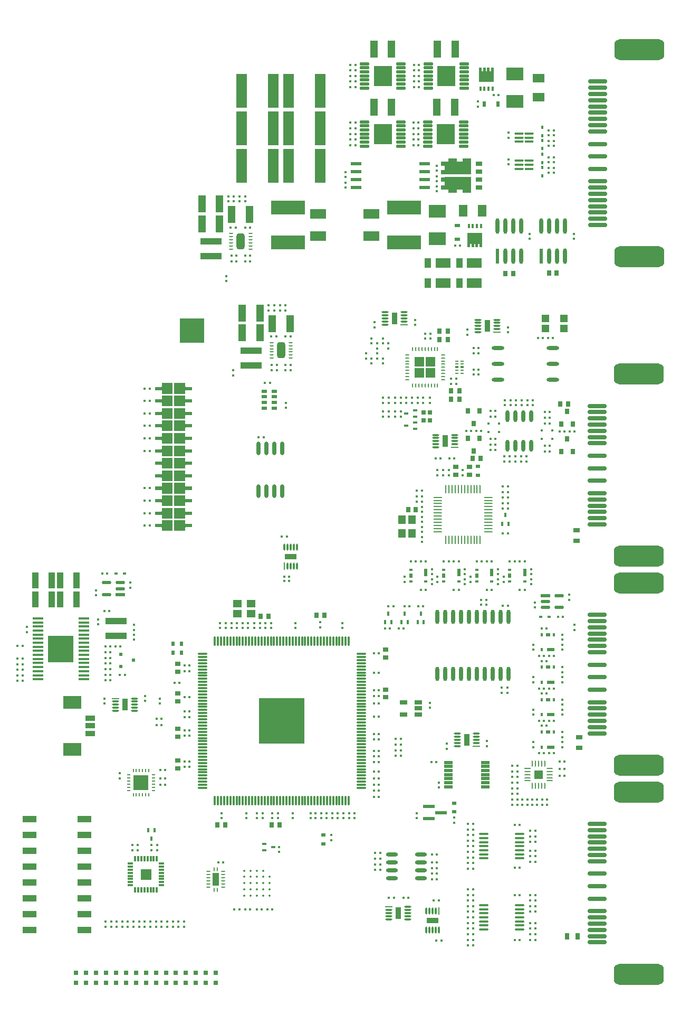
<source format=gtp>
G04*
G04 #@! TF.GenerationSoftware,Altium Limited,Altium Designer,24.9.1 (31)*
G04*
G04 Layer_Color=8421504*
%FSLAX44Y44*%
%MOMM*%
G71*
G04*
G04 #@! TF.SameCoordinates,CDEC626A-A255-468D-B0CC-3EE591A55D7D*
G04*
G04*
G04 #@! TF.FilePolarity,Positive*
G04*
G01*
G75*
%ADD19R,0.8629X1.9629*%
%ADD20R,0.6000X0.5000*%
%ADD21R,1.4230X1.4230*%
%ADD22R,1.5800X1.5800*%
%ADD23R,1.5800X1.5800*%
%ADD24R,1.5800X1.5800*%
%ADD25R,1.5800X1.5800*%
%ADD26R,1.9629X0.8629*%
%ADD27R,4.1100X4.3600*%
G04:AMPARAMS|DCode=28|XSize=2.4692mm|YSize=0.6221mm|CornerRadius=0.3111mm|HoleSize=0mm|Usage=FLASHONLY|Rotation=90.000|XOffset=0mm|YOffset=0mm|HoleType=Round|Shape=RoundedRectangle|*
%AMROUNDEDRECTD28*
21,1,2.4692,0.0000,0,0,90.0*
21,1,1.8470,0.6221,0,0,90.0*
1,1,0.6221,0.0000,0.9235*
1,1,0.6221,0.0000,-0.9235*
1,1,0.6221,0.0000,-0.9235*
1,1,0.6221,0.0000,0.9235*
%
%ADD28ROUNDEDRECTD28*%
%ADD29R,0.6221X2.4692*%
%ADD30R,0.7000X0.8500*%
%ADD31R,0.5000X0.4000*%
%ADD32R,0.5000X0.7500*%
%ADD33R,0.5000X1.3000*%
%ADD34R,0.4500X0.4500*%
%ADD35R,0.4500X0.4500*%
%ADD36R,0.4000X0.5000*%
%ADD37R,0.7500X0.5000*%
%ADD38R,1.3000X0.5000*%
%ADD39R,0.4000X0.7500*%
%ADD40R,1.3552X0.2125*%
G04:AMPARAMS|DCode=41|XSize=1.3552mm|YSize=0.2125mm|CornerRadius=0.1062mm|HoleSize=0mm|Usage=FLASHONLY|Rotation=0.000|XOffset=0mm|YOffset=0mm|HoleType=Round|Shape=RoundedRectangle|*
%AMROUNDEDRECTD41*
21,1,1.3552,0.0000,0,0,0.0*
21,1,1.1428,0.2125,0,0,0.0*
1,1,0.2125,0.5714,0.0000*
1,1,0.2125,-0.5714,0.0000*
1,1,0.2125,-0.5714,0.0000*
1,1,0.2125,0.5714,0.0000*
%
%ADD41ROUNDEDRECTD41*%
G04:AMPARAMS|DCode=42|XSize=0.2125mm|YSize=1.3552mm|CornerRadius=0.1062mm|HoleSize=0mm|Usage=FLASHONLY|Rotation=0.000|XOffset=0mm|YOffset=0mm|HoleType=Round|Shape=RoundedRectangle|*
%AMROUNDEDRECTD42*
21,1,0.2125,1.1428,0,0,0.0*
21,1,0.0000,1.3552,0,0,0.0*
1,1,0.2125,0.0000,-0.5714*
1,1,0.2125,0.0000,-0.5714*
1,1,0.2125,0.0000,0.5714*
1,1,0.2125,0.0000,0.5714*
%
%ADD42ROUNDEDRECTD42*%
%ADD43R,0.8000X0.6000*%
%ADD44R,0.8500X0.7000*%
%ADD45R,1.2000X1.4000*%
%ADD46R,0.4000X0.4000*%
G04:AMPARAMS|DCode=47|XSize=1.1596mm|YSize=0.2821mm|CornerRadius=0.1411mm|HoleSize=0mm|Usage=FLASHONLY|Rotation=180.000|XOffset=0mm|YOffset=0mm|HoleType=Round|Shape=RoundedRectangle|*
%AMROUNDEDRECTD47*
21,1,1.1596,0.0000,0,0,180.0*
21,1,0.8775,0.2821,0,0,180.0*
1,1,0.2821,-0.4387,0.0000*
1,1,0.2821,0.4387,0.0000*
1,1,0.2821,0.4387,0.0000*
1,1,0.2821,-0.4387,0.0000*
%
%ADD47ROUNDEDRECTD47*%
%ADD48R,1.1596X0.2821*%
G04:AMPARAMS|DCode=49|XSize=2.5mm|YSize=1.3mm|CornerRadius=0.325mm|HoleSize=0mm|Usage=FLASHONLY|Rotation=270.000|XOffset=0mm|YOffset=0mm|HoleType=Round|Shape=RoundedRectangle|*
%AMROUNDEDRECTD49*
21,1,2.5000,0.6500,0,0,270.0*
21,1,1.8500,1.3000,0,0,270.0*
1,1,0.6500,-0.3250,-0.9250*
1,1,0.6500,-0.3250,0.9250*
1,1,0.6500,0.3250,0.9250*
1,1,0.6500,0.3250,-0.9250*
%
%ADD49ROUNDEDRECTD49*%
G04:AMPARAMS|DCode=50|XSize=0.25mm|YSize=0.62mm|CornerRadius=0.0625mm|HoleSize=0mm|Usage=FLASHONLY|Rotation=270.000|XOffset=0mm|YOffset=0mm|HoleType=Round|Shape=RoundedRectangle|*
%AMROUNDEDRECTD50*
21,1,0.2500,0.4950,0,0,270.0*
21,1,0.1250,0.6200,0,0,270.0*
1,1,0.1250,-0.2475,-0.0625*
1,1,0.1250,-0.2475,0.0625*
1,1,0.1250,0.2475,0.0625*
1,1,0.1250,0.2475,-0.0625*
%
%ADD50ROUNDEDRECTD50*%
%ADD51R,1.2500X2.7000*%
%ADD52R,3.4000X0.9800*%
%ADD53R,0.8000X0.9000*%
%ADD54O,0.6000X1.9000*%
%ADD55O,0.6500X0.2500*%
%ADD56O,0.2500X0.6500*%
%ADD57R,2.4000X2.4000*%
%ADD58O,0.6000X2.2000*%
G04:AMPARAMS|DCode=59|XSize=0.3mm|YSize=1.45mm|CornerRadius=0.075mm|HoleSize=0mm|Usage=FLASHONLY|Rotation=0.000|XOffset=0mm|YOffset=0mm|HoleType=Round|Shape=RoundedRectangle|*
%AMROUNDEDRECTD59*
21,1,0.3000,1.3000,0,0,0.0*
21,1,0.1500,1.4500,0,0,0.0*
1,1,0.1500,0.0750,-0.6500*
1,1,0.1500,-0.0750,-0.6500*
1,1,0.1500,-0.0750,0.6500*
1,1,0.1500,0.0750,0.6500*
%
%ADD59ROUNDEDRECTD59*%
G04:AMPARAMS|DCode=60|XSize=0.3mm|YSize=1.45mm|CornerRadius=0.075mm|HoleSize=0mm|Usage=FLASHONLY|Rotation=90.000|XOffset=0mm|YOffset=0mm|HoleType=Round|Shape=RoundedRectangle|*
%AMROUNDEDRECTD60*
21,1,0.3000,1.3000,0,0,90.0*
21,1,0.1500,1.4500,0,0,90.0*
1,1,0.1500,0.6500,0.0750*
1,1,0.1500,0.6500,-0.0750*
1,1,0.1500,-0.6500,-0.0750*
1,1,0.1500,-0.6500,0.0750*
%
%ADD60ROUNDEDRECTD60*%
%ADD61R,1.8000X0.3000*%
%ADD62R,1.5046X0.5758*%
%ADD63R,1.9000X0.6000*%
%ADD64R,0.6000X0.8000*%
G04:AMPARAMS|DCode=65|XSize=0.45mm|YSize=1.4mm|CornerRadius=0.0495mm|HoleSize=0mm|Usage=FLASHONLY|Rotation=270.000|XOffset=0mm|YOffset=0mm|HoleType=Round|Shape=RoundedRectangle|*
%AMROUNDEDRECTD65*
21,1,0.4500,1.3010,0,0,270.0*
21,1,0.3510,1.4000,0,0,270.0*
1,1,0.0990,-0.6505,-0.1755*
1,1,0.0990,-0.6505,0.1755*
1,1,0.0990,0.6505,0.1755*
1,1,0.0990,0.6505,-0.1755*
%
%ADD65ROUNDEDRECTD65*%
%ADD66R,7.3500X7.3500*%
%ADD67R,2.5000X1.5000*%
%ADD68O,0.6000X2.3000*%
%ADD69R,0.7500X0.4000*%
%ADD70R,1.2000X1.2000*%
%ADD71R,3.9600X3.9600*%
%ADD72R,1.0041X0.2393*%
G04:AMPARAMS|DCode=73|XSize=1.0041mm|YSize=0.2393mm|CornerRadius=0.1196mm|HoleSize=0mm|Usage=FLASHONLY|Rotation=0.000|XOffset=0mm|YOffset=0mm|HoleType=Round|Shape=RoundedRectangle|*
%AMROUNDEDRECTD73*
21,1,1.0041,0.0000,0,0,0.0*
21,1,0.7648,0.2393,0,0,0.0*
1,1,0.2393,0.3824,0.0000*
1,1,0.2393,-0.3824,0.0000*
1,1,0.2393,-0.3824,0.0000*
1,1,0.2393,0.3824,0.0000*
%
%ADD73ROUNDEDRECTD73*%
G04:AMPARAMS|DCode=74|XSize=0.2393mm|YSize=1.0041mm|CornerRadius=0.1196mm|HoleSize=0mm|Usage=FLASHONLY|Rotation=0.000|XOffset=0mm|YOffset=0mm|HoleType=Round|Shape=RoundedRectangle|*
%AMROUNDEDRECTD74*
21,1,0.2393,0.7648,0,0,0.0*
21,1,0.0000,1.0041,0,0,0.0*
1,1,0.2393,0.0000,-0.3824*
1,1,0.2393,0.0000,-0.3824*
1,1,0.2393,0.0000,0.3824*
1,1,0.2393,0.0000,0.3824*
%
%ADD74ROUNDEDRECTD74*%
%ADD75R,1.7000X5.4000*%
G04:AMPARAMS|DCode=76|XSize=0.6mm|YSize=0.25mm|CornerRadius=0.125mm|HoleSize=0mm|Usage=FLASHONLY|Rotation=90.000|XOffset=0mm|YOffset=0mm|HoleType=Round|Shape=RoundedRectangle|*
%AMROUNDEDRECTD76*
21,1,0.6000,0.0000,0,0,90.0*
21,1,0.3500,0.2500,0,0,90.0*
1,1,0.2500,0.0000,0.1750*
1,1,0.2500,0.0000,-0.1750*
1,1,0.2500,0.0000,-0.1750*
1,1,0.2500,0.0000,0.1750*
%
%ADD76ROUNDEDRECTD76*%
G04:AMPARAMS|DCode=77|XSize=0.25mm|YSize=0.6mm|CornerRadius=0.125mm|HoleSize=0mm|Usage=FLASHONLY|Rotation=90.000|XOffset=0mm|YOffset=0mm|HoleType=Round|Shape=RoundedRectangle|*
%AMROUNDEDRECTD77*
21,1,0.2500,0.3500,0,0,90.0*
21,1,0.0000,0.6000,0,0,90.0*
1,1,0.2500,0.1750,0.0000*
1,1,0.2500,0.1750,0.0000*
1,1,0.2500,-0.1750,0.0000*
1,1,0.2500,-0.1750,0.0000*
%
%ADD77ROUNDEDRECTD77*%
%ADD78R,0.8000X0.9500*%
%ADD79O,2.0000X0.6000*%
%ADD80R,0.6500X0.7500*%
%ADD81R,0.5000X0.2500*%
%ADD82R,0.5000X0.4500*%
%ADD83R,2.7430X2.1590*%
%ADD84O,1.5500X0.3500*%
G04:AMPARAMS|DCode=85|XSize=3.32mm|YSize=8mm|CornerRadius=0.83mm|HoleSize=0mm|Usage=FLASHONLY|Rotation=90.000|XOffset=0mm|YOffset=0mm|HoleType=Round|Shape=RoundedRectangle|*
%AMROUNDEDRECTD85*
21,1,3.3200,6.3400,0,0,90.0*
21,1,1.6600,8.0000,0,0,90.0*
1,1,1.6600,3.1700,0.8300*
1,1,1.6600,3.1700,-0.8300*
1,1,1.6600,-3.1700,-0.8300*
1,1,1.6600,-3.1700,0.8300*
%
%ADD85ROUNDEDRECTD85*%
G04:AMPARAMS|DCode=86|XSize=0.66mm|YSize=3mm|CornerRadius=0.165mm|HoleSize=0mm|Usage=FLASHONLY|Rotation=90.000|XOffset=0mm|YOffset=0mm|HoleType=Round|Shape=RoundedRectangle|*
%AMROUNDEDRECTD86*
21,1,0.6600,2.6700,0,0,90.0*
21,1,0.3300,3.0000,0,0,90.0*
1,1,0.3300,1.3350,0.1650*
1,1,0.3300,1.3350,-0.1650*
1,1,0.3300,-1.3350,-0.1650*
1,1,0.3300,-1.3350,0.1650*
%
%ADD86ROUNDEDRECTD86*%
%ADD87R,1.6000X0.8100*%
%ADD88R,3.0000X2.1000*%
G04:AMPARAMS|DCode=89|XSize=0.27mm|YSize=0.9mm|CornerRadius=0.0675mm|HoleSize=0mm|Usage=FLASHONLY|Rotation=90.000|XOffset=0mm|YOffset=0mm|HoleType=Round|Shape=RoundedRectangle|*
%AMROUNDEDRECTD89*
21,1,0.2700,0.7650,0,0,90.0*
21,1,0.1350,0.9000,0,0,90.0*
1,1,0.1350,0.3825,0.0675*
1,1,0.1350,0.3825,-0.0675*
1,1,0.1350,-0.3825,-0.0675*
1,1,0.1350,-0.3825,0.0675*
%
%ADD89ROUNDEDRECTD89*%
%ADD90R,1.8000X1.8000*%
G04:AMPARAMS|DCode=91|XSize=0.27mm|YSize=0.9mm|CornerRadius=0.0675mm|HoleSize=0mm|Usage=FLASHONLY|Rotation=180.000|XOffset=0mm|YOffset=0mm|HoleType=Round|Shape=RoundedRectangle|*
%AMROUNDEDRECTD91*
21,1,0.2700,0.7650,0,0,180.0*
21,1,0.1350,0.9000,0,0,180.0*
1,1,0.1350,-0.0675,0.3825*
1,1,0.1350,0.0675,0.3825*
1,1,0.1350,0.0675,-0.3825*
1,1,0.1350,-0.0675,-0.3825*
%
%ADD91ROUNDEDRECTD91*%
%ADD92R,1.4000X1.2000*%
%ADD93R,1.8000X0.6000*%
G04:AMPARAMS|DCode=94|XSize=1.1596mm|YSize=0.2821mm|CornerRadius=0.1411mm|HoleSize=0mm|Usage=FLASHONLY|Rotation=90.000|XOffset=0mm|YOffset=0mm|HoleType=Round|Shape=RoundedRectangle|*
%AMROUNDEDRECTD94*
21,1,1.1596,0.0000,0,0,90.0*
21,1,0.8775,0.2821,0,0,90.0*
1,1,0.2821,0.0000,0.4387*
1,1,0.2821,0.0000,-0.4387*
1,1,0.2821,0.0000,-0.4387*
1,1,0.2821,0.0000,0.4387*
%
%ADD94ROUNDEDRECTD94*%
%ADD95R,0.2821X1.1596*%
G04:AMPARAMS|DCode=96|XSize=1.5046mm|YSize=0.5758mm|CornerRadius=0.2879mm|HoleSize=0mm|Usage=FLASHONLY|Rotation=180.000|XOffset=0mm|YOffset=0mm|HoleType=Round|Shape=RoundedRectangle|*
%AMROUNDEDRECTD96*
21,1,1.5046,0.0000,0,0,180.0*
21,1,0.9288,0.5758,0,0,180.0*
1,1,0.5758,-0.4644,0.0000*
1,1,0.5758,0.4644,0.0000*
1,1,0.5758,0.4644,0.0000*
1,1,0.5758,-0.4644,0.0000*
%
%ADD96ROUNDEDRECTD96*%
%ADD97O,1.9000X0.6000*%
%ADD98R,0.9000X0.5000*%
%ADD99C,0.3500*%
G04:AMPARAMS|DCode=100|XSize=0.45mm|YSize=1.5mm|CornerRadius=0.1125mm|HoleSize=0mm|Usage=FLASHONLY|Rotation=90.000|XOffset=0mm|YOffset=0mm|HoleType=Round|Shape=RoundedRectangle|*
%AMROUNDEDRECTD100*
21,1,0.4500,1.2750,0,0,90.0*
21,1,0.2250,1.5000,0,0,90.0*
1,1,0.2250,0.6375,0.1125*
1,1,0.2250,0.6375,-0.1125*
1,1,0.2250,-0.6375,-0.1125*
1,1,0.2250,-0.6375,0.1125*
%
%ADD100ROUNDEDRECTD100*%
%ADD101R,2.9400X3.3400*%
G04:AMPARAMS|DCode=102|XSize=1.464mm|YSize=0.3758mm|CornerRadius=0.1879mm|HoleSize=0mm|Usage=FLASHONLY|Rotation=180.000|XOffset=0mm|YOffset=0mm|HoleType=Round|Shape=RoundedRectangle|*
%AMROUNDEDRECTD102*
21,1,1.4640,0.0000,0,0,180.0*
21,1,1.0881,0.3758,0,0,180.0*
1,1,0.3758,-0.5441,0.0000*
1,1,0.3758,0.5441,0.0000*
1,1,0.3758,0.5441,0.0000*
1,1,0.3758,-0.5441,0.0000*
%
%ADD102ROUNDEDRECTD102*%
%ADD103R,1.4640X0.3758*%
%ADD104R,2.2000X1.1000*%
%ADD105R,0.8000X0.8000*%
%ADD106R,1.0000X0.7500*%
%ADD107R,0.4200X0.7000*%
%ADD108C,1.5188*%
%ADD109R,1.8382X1.4532*%
%ADD110R,1.4532X1.8382*%
%ADD111R,1.0000X0.7000*%
%ADD112R,0.7000X1.0000*%
%ADD113R,2.4000X1.5000*%
%ADD114R,1.0500X1.5000*%
%ADD115R,0.4800X0.4000*%
%ADD116R,0.6300X0.8300*%
%ADD117R,0.8300X0.6300*%
%ADD118R,0.4000X0.4800*%
%ADD119R,5.4000X2.2000*%
%ADD120R,1.0500X2.6000*%
%ADD121R,1.0000X2.0000*%
G04:AMPARAMS|DCode=122|XSize=0.25mm|YSize=0.6mm|CornerRadius=0.0625mm|HoleSize=0mm|Usage=FLASHONLY|Rotation=0.000|XOffset=0mm|YOffset=0mm|HoleType=Round|Shape=RoundedRectangle|*
%AMROUNDEDRECTD122*
21,1,0.2500,0.4750,0,0,0.0*
21,1,0.1250,0.6000,0,0,0.0*
1,1,0.1250,0.0625,-0.2375*
1,1,0.1250,-0.0625,-0.2375*
1,1,0.1250,-0.0625,0.2375*
1,1,0.1250,0.0625,0.2375*
%
%ADD122ROUNDEDRECTD122*%
G04:AMPARAMS|DCode=123|XSize=0.25mm|YSize=0.6mm|CornerRadius=0.0625mm|HoleSize=0mm|Usage=FLASHONLY|Rotation=270.000|XOffset=0mm|YOffset=0mm|HoleType=Round|Shape=RoundedRectangle|*
%AMROUNDEDRECTD123*
21,1,0.2500,0.4750,0,0,270.0*
21,1,0.1250,0.6000,0,0,270.0*
1,1,0.1250,-0.2375,-0.0625*
1,1,0.1250,-0.2375,0.0625*
1,1,0.1250,0.2375,0.0625*
1,1,0.1250,0.2375,-0.0625*
%
%ADD123ROUNDEDRECTD123*%
%ADD124R,1.3000X0.7000*%
%ADD125R,4.2800X2.0800*%
%ADD126R,1.4000X2.5750*%
G36*
X356263Y689563D02*
X332562D01*
Y712063D01*
X336763D01*
Y706663D01*
X339062D01*
Y712063D01*
X343262D01*
Y706663D01*
X345563D01*
Y712063D01*
X349762D01*
Y706663D01*
X352062D01*
Y712063D01*
X356263D01*
Y689563D01*
D02*
G37*
G36*
X337600Y424500D02*
X333400D01*
Y429900D01*
X331100D01*
Y424500D01*
X326900D01*
Y429900D01*
X324600D01*
Y424500D01*
X320400D01*
Y429900D01*
X318100D01*
Y424500D01*
X313900D01*
Y447000D01*
X337600D01*
Y424500D01*
D02*
G37*
G36*
X-139500Y201850D02*
X-139475Y201596D01*
X-139281Y201128D01*
X-138922Y200769D01*
X-138454Y200575D01*
X-138200Y200550D01*
X-128300D01*
Y195450D01*
X-138200Y195450D01*
X-138454Y195425D01*
X-138922Y195231D01*
X-139281Y194872D01*
X-139475Y194404D01*
X-139500Y194150D01*
Y189500D01*
X-156500D01*
Y206500D01*
X-139500D01*
Y201850D01*
D02*
G37*
G36*
X-159500Y189500D02*
X-176500D01*
X-176500Y194150D01*
X-176525Y194404D01*
X-176719Y194872D01*
X-177078Y195231D01*
X-177546Y195425D01*
X-177800Y195450D01*
Y195450D01*
X-187700D01*
Y200550D01*
X-177800D01*
X-177546Y200575D01*
X-177078Y200769D01*
X-176719Y201128D01*
X-176525Y201596D01*
X-176500Y201850D01*
X-176500Y201850D01*
Y206500D01*
X-159500D01*
Y189500D01*
D02*
G37*
G36*
X-139500Y181850D02*
X-139475Y181596D01*
X-139281Y181128D01*
X-138922Y180769D01*
X-138454Y180575D01*
X-138200Y180550D01*
X-128300D01*
Y175450D01*
X-138200Y175450D01*
X-138454Y175425D01*
X-138922Y175231D01*
X-139281Y174872D01*
X-139475Y174404D01*
X-139500Y174150D01*
Y169500D01*
X-156500D01*
Y186500D01*
X-139500D01*
Y181850D01*
D02*
G37*
G36*
X-159500Y169500D02*
X-176500D01*
X-176500Y174150D01*
X-176525Y174404D01*
X-176719Y174872D01*
X-177078Y175231D01*
X-177546Y175425D01*
X-177800Y175450D01*
Y175450D01*
X-187700Y175450D01*
Y180550D01*
X-177800D01*
X-177546Y180575D01*
X-177078Y180769D01*
X-176719Y181128D01*
X-176525Y181596D01*
X-176500Y181850D01*
X-176500D01*
Y186500D01*
X-159500D01*
Y169500D01*
D02*
G37*
G36*
X-139500Y161850D02*
X-139475Y161596D01*
X-139281Y161128D01*
X-138922Y160769D01*
X-138454Y160575D01*
X-138200Y160550D01*
X-128300D01*
Y155450D01*
X-138200Y155450D01*
X-138454Y155425D01*
X-138922Y155231D01*
X-139281Y154872D01*
X-139475Y154404D01*
X-139500Y154150D01*
Y149500D01*
X-156500D01*
Y166500D01*
X-139500D01*
Y161850D01*
D02*
G37*
G36*
X-159500Y149500D02*
X-176500D01*
X-176500Y154150D01*
X-176525Y154404D01*
X-176719Y154872D01*
X-177078Y155231D01*
X-177546Y155425D01*
X-177800Y155450D01*
Y155450D01*
X-187700D01*
Y160550D01*
X-177800D01*
X-177546Y160575D01*
X-177078Y160769D01*
X-176719Y161128D01*
X-176525Y161596D01*
X-176500Y161850D01*
X-176500Y161850D01*
Y166500D01*
X-159500D01*
Y149500D01*
D02*
G37*
G36*
X-139500Y141850D02*
X-139475Y141596D01*
X-139281Y141128D01*
X-138922Y140769D01*
X-138454Y140575D01*
X-138200Y140550D01*
X-128300D01*
Y135450D01*
X-138200Y135450D01*
X-138454Y135425D01*
X-138922Y135231D01*
X-139281Y134872D01*
X-139475Y134404D01*
X-139500Y134150D01*
Y129500D01*
X-156500D01*
Y146500D01*
X-139500D01*
Y141850D01*
D02*
G37*
G36*
X-159500Y129500D02*
X-176500D01*
X-176500Y134150D01*
X-176525Y134404D01*
X-176719Y134872D01*
X-177078Y135231D01*
X-177546Y135425D01*
X-177800Y135450D01*
Y135450D01*
X-187700Y135450D01*
Y140550D01*
X-177800D01*
X-177546Y140575D01*
X-177078Y140769D01*
X-176719Y141128D01*
X-176525Y141596D01*
X-176500Y141850D01*
X-176500D01*
Y146500D01*
X-159500D01*
Y129500D01*
D02*
G37*
G36*
X-139500Y121850D02*
X-139475Y121596D01*
X-139281Y121128D01*
X-138922Y120769D01*
X-138454Y120575D01*
X-138200Y120550D01*
X-128300D01*
Y115450D01*
X-138200Y115450D01*
X-138454Y115425D01*
X-138922Y115231D01*
X-139281Y114872D01*
X-139475Y114404D01*
X-139500Y114150D01*
Y109500D01*
X-156500D01*
Y126500D01*
X-139500D01*
Y121850D01*
D02*
G37*
G36*
X-159500Y109500D02*
X-176500D01*
X-176500Y114150D01*
X-176525Y114404D01*
X-176719Y114872D01*
X-177078Y115231D01*
X-177546Y115425D01*
X-177800Y115450D01*
Y115450D01*
X-187700D01*
Y120550D01*
X-177800D01*
X-177546Y120575D01*
X-177078Y120769D01*
X-176719Y121128D01*
X-176525Y121596D01*
X-176500Y121850D01*
X-176500Y121850D01*
Y126500D01*
X-159500D01*
Y109500D01*
D02*
G37*
G36*
X-139500Y101850D02*
X-139475Y101596D01*
X-139281Y101128D01*
X-138922Y100769D01*
X-138454Y100575D01*
X-138200Y100550D01*
X-128300D01*
Y95450D01*
X-138200Y95450D01*
X-138454Y95425D01*
X-138922Y95231D01*
X-139281Y94872D01*
X-139475Y94404D01*
X-139500Y94150D01*
Y89500D01*
X-156500D01*
Y106500D01*
X-139500D01*
Y101850D01*
D02*
G37*
G36*
X-159500Y89500D02*
X-176500D01*
X-176500Y94150D01*
X-176525Y94404D01*
X-176719Y94872D01*
X-177078Y95231D01*
X-177546Y95425D01*
X-177800Y95450D01*
X-187700D01*
Y100550D01*
X-177800D01*
X-177546Y100575D01*
X-177078Y100769D01*
X-176719Y101128D01*
X-176525Y101596D01*
X-176500Y101850D01*
X-176500Y101850D01*
Y106500D01*
X-159500D01*
Y89500D01*
D02*
G37*
G36*
X-139500Y81850D02*
X-139475Y81596D01*
X-139281Y81128D01*
X-138922Y80769D01*
X-138454Y80575D01*
X-138200Y80550D01*
X-128300D01*
Y75450D01*
X-138200Y75450D01*
X-138454Y75425D01*
X-138922Y75231D01*
X-139281Y74872D01*
X-139475Y74404D01*
X-139500Y74150D01*
Y69500D01*
X-156500D01*
Y86500D01*
X-139500D01*
Y81850D01*
D02*
G37*
G36*
X-159500Y69500D02*
X-176500D01*
X-176500Y74150D01*
X-176525Y74404D01*
X-176719Y74872D01*
X-177078Y75231D01*
X-177546Y75425D01*
X-177800Y75450D01*
Y75450D01*
X-187700D01*
Y80550D01*
X-177800D01*
X-177546Y80575D01*
X-177078Y80769D01*
X-176719Y81128D01*
X-176525Y81596D01*
X-176500Y81850D01*
X-176500Y81850D01*
Y86500D01*
X-159500D01*
Y69500D01*
D02*
G37*
G36*
X-139500Y61850D02*
X-139475Y61596D01*
X-139281Y61128D01*
X-138922Y60769D01*
X-138454Y60575D01*
X-138200Y60550D01*
X-128300D01*
Y55450D01*
X-138200Y55450D01*
X-138454Y55425D01*
X-138922Y55231D01*
X-139281Y54872D01*
X-139475Y54404D01*
X-139500Y54150D01*
Y49500D01*
X-156500D01*
Y66500D01*
X-139500D01*
Y61850D01*
D02*
G37*
G36*
X-159500Y49500D02*
X-176500D01*
X-176500Y54150D01*
X-176525Y54404D01*
X-176719Y54872D01*
X-177078Y55231D01*
X-177546Y55425D01*
X-177800Y55450D01*
Y55450D01*
X-187700D01*
Y60550D01*
X-177800D01*
X-177546Y60575D01*
X-177078Y60769D01*
X-176719Y61128D01*
X-176525Y61596D01*
X-176500Y61850D01*
X-176500Y61850D01*
Y66500D01*
X-159500D01*
Y49500D01*
D02*
G37*
G36*
X-139500Y41850D02*
X-139475Y41596D01*
X-139281Y41128D01*
X-138922Y40769D01*
X-138454Y40575D01*
X-138200Y40550D01*
X-128300D01*
Y35450D01*
X-138200Y35450D01*
X-138454Y35425D01*
X-138922Y35231D01*
X-139281Y34872D01*
X-139475Y34404D01*
X-139500Y34150D01*
Y29500D01*
X-156500D01*
Y46500D01*
X-139500D01*
Y41850D01*
D02*
G37*
G36*
X-159500Y29500D02*
X-176500D01*
X-176500Y34150D01*
X-176525Y34404D01*
X-176719Y34872D01*
X-177078Y35231D01*
X-177546Y35425D01*
X-177800Y35450D01*
Y35450D01*
X-187700Y35450D01*
Y40550D01*
X-177800D01*
X-177546Y40575D01*
X-177078Y40769D01*
X-176719Y41128D01*
X-176525Y41596D01*
X-176500Y41850D01*
X-176500D01*
Y46500D01*
X-159500D01*
Y29500D01*
D02*
G37*
G36*
X-139500Y21850D02*
X-139475Y21596D01*
X-139281Y21128D01*
X-138922Y20769D01*
X-138454Y20575D01*
X-138200Y20550D01*
X-128300D01*
Y15450D01*
X-138200Y15450D01*
X-138454Y15425D01*
X-138922Y15231D01*
X-139281Y14872D01*
X-139475Y14404D01*
X-139500Y14150D01*
Y9500D01*
X-156500D01*
Y26500D01*
X-139500D01*
Y21850D01*
D02*
G37*
G36*
X-159500Y9500D02*
X-176500D01*
X-176500Y14150D01*
X-176525Y14404D01*
X-176719Y14872D01*
X-177078Y15231D01*
X-177546Y15425D01*
X-177800Y15450D01*
Y15450D01*
X-187700D01*
Y20550D01*
X-177800D01*
X-177546Y20575D01*
X-177078Y20769D01*
X-176719Y21128D01*
X-176525Y21596D01*
X-176500Y21850D01*
X-176500Y21850D01*
Y26500D01*
X-159500D01*
Y9500D01*
D02*
G37*
G36*
X-139500Y1850D02*
X-139475Y1596D01*
X-139281Y1128D01*
X-138922Y769D01*
X-138454Y575D01*
X-138200Y550D01*
X-128300D01*
Y-4550D01*
X-138200Y-4550D01*
X-138454Y-4575D01*
X-138922Y-4769D01*
X-139281Y-5128D01*
X-139475Y-5596D01*
X-139500Y-5850D01*
Y-10500D01*
X-156500D01*
Y6500D01*
X-139500D01*
Y1850D01*
D02*
G37*
G36*
X-159500Y-10500D02*
X-176500D01*
X-176500Y-5850D01*
X-176525Y-5596D01*
X-176719Y-5128D01*
X-177078Y-4769D01*
X-177546Y-4575D01*
X-177800Y-4550D01*
Y-4550D01*
X-187700Y-4550D01*
Y550D01*
X-177800D01*
X-177546Y575D01*
X-177078Y769D01*
X-176719Y1128D01*
X-176525Y1596D01*
X-176500Y1850D01*
X-176500D01*
Y6500D01*
X-159500D01*
Y-10500D01*
D02*
G37*
G36*
X-139500Y-18150D02*
X-139475Y-18404D01*
X-139281Y-18872D01*
X-138922Y-19231D01*
X-138454Y-19425D01*
X-138200Y-19450D01*
X-128300D01*
Y-24550D01*
X-138200Y-24550D01*
X-138454Y-24575D01*
X-138922Y-24769D01*
X-139281Y-25128D01*
X-139475Y-25596D01*
X-139500Y-25850D01*
Y-30500D01*
X-156500D01*
Y-13500D01*
X-139500D01*
Y-18150D01*
D02*
G37*
G36*
X-159500Y-30500D02*
X-176500D01*
X-176500Y-25850D01*
X-176525Y-25596D01*
X-176719Y-25128D01*
X-177078Y-24769D01*
X-177546Y-24575D01*
X-177800Y-24550D01*
X-177800Y-24550D01*
X-187700Y-24550D01*
Y-19450D01*
X-177800D01*
X-177546Y-19425D01*
X-177078Y-19231D01*
X-176719Y-18872D01*
X-176525Y-18404D01*
X-176500Y-18150D01*
X-176500D01*
Y-13500D01*
X-159500D01*
Y-30500D01*
D02*
G37*
D19*
X278464Y113473D02*
D03*
X203000Y-643000D02*
D03*
X313000Y-365500D02*
D03*
X-236000Y-309000D02*
D03*
X346000Y298000D02*
D03*
X197000Y310000D02*
D03*
D20*
X-222000Y-237999D02*
D03*
X-242000Y-228500D02*
D03*
Y-247500D02*
D03*
D21*
X428000Y-421000D02*
D03*
D22*
X237100Y223100D02*
D03*
D23*
Y240900D02*
D03*
D24*
X254900Y223100D02*
D03*
D25*
Y240900D02*
D03*
D26*
X30000Y-72000D02*
D03*
X258000Y-655000D02*
D03*
D27*
X-338500Y-219500D02*
D03*
D28*
X362000Y458386D02*
D03*
X374700D02*
D03*
X387400D02*
D03*
X400100D02*
D03*
Y410114D02*
D03*
X387400D02*
D03*
X374700D02*
D03*
X432000Y458386D02*
D03*
X444700D02*
D03*
X457400D02*
D03*
X470100D02*
D03*
Y410114D02*
D03*
X457400D02*
D03*
X444700D02*
D03*
D29*
X362000D02*
D03*
X432000D02*
D03*
D30*
X457250Y383000D02*
D03*
X444750D02*
D03*
X387250Y382000D02*
D03*
X374750D02*
D03*
X218750Y4000D02*
D03*
X231250D02*
D03*
X475250Y173000D02*
D03*
X462750D02*
D03*
X322750Y86000D02*
D03*
X335250D02*
D03*
X-18250Y-167000D02*
D03*
X-5750D02*
D03*
X-250Y-502000D02*
D03*
X12250D02*
D03*
X-87250D02*
D03*
X-74750D02*
D03*
X71750Y-166012D02*
D03*
X84250D02*
D03*
D31*
X223000Y-92500D02*
D03*
Y-111500D02*
D03*
X247000D02*
D03*
X300000D02*
D03*
X276000D02*
D03*
Y-92500D02*
D03*
X353000Y-111500D02*
D03*
X329000D02*
D03*
Y-92500D02*
D03*
X406000Y-111500D02*
D03*
X382000D02*
D03*
Y-92500D02*
D03*
D32*
X223000Y-102000D02*
D03*
X276000D02*
D03*
X329000D02*
D03*
X382000D02*
D03*
D33*
X247000Y-97000D02*
D03*
X300000D02*
D03*
X353000D02*
D03*
X406000D02*
D03*
D34*
X239000Y-125000D02*
D03*
X247000D02*
D03*
X231000Y-79000D02*
D03*
X223000D02*
D03*
X239000D02*
D03*
X247000D02*
D03*
X300000Y-125000D02*
D03*
X292000D02*
D03*
X276000Y-79000D02*
D03*
X284000D02*
D03*
X300000D02*
D03*
X292000D02*
D03*
X353000Y-125000D02*
D03*
X345000D02*
D03*
X329000Y-79000D02*
D03*
X337000D02*
D03*
X353000D02*
D03*
X345000D02*
D03*
X406000Y-125000D02*
D03*
X398000D02*
D03*
X382000Y-79000D02*
D03*
X390000D02*
D03*
X406000D02*
D03*
X398000D02*
D03*
X441000Y-343000D02*
D03*
X433000D02*
D03*
X429000Y-387000D02*
D03*
X437000D02*
D03*
X453000D02*
D03*
X445000D02*
D03*
X433000Y-291000D02*
D03*
X441000D02*
D03*
X429000Y-335000D02*
D03*
X437000D02*
D03*
X453000D02*
D03*
X445000D02*
D03*
X433000Y-239000D02*
D03*
X441000D02*
D03*
X429000Y-283000D02*
D03*
X437000D02*
D03*
X453000D02*
D03*
X445000D02*
D03*
X379000Y41000D02*
D03*
X371000D02*
D03*
X371000Y5000D02*
D03*
X379000D02*
D03*
X371000Y14000D02*
D03*
X379000D02*
D03*
X379000Y23000D02*
D03*
X371000D02*
D03*
X371000Y32000D02*
D03*
X379000D02*
D03*
X233000Y34000D02*
D03*
X241000D02*
D03*
X241000Y25000D02*
D03*
X233000D02*
D03*
X241000Y16000D02*
D03*
X233000D02*
D03*
X371000Y-34000D02*
D03*
X379000D02*
D03*
X438000Y142000D02*
D03*
X446000D02*
D03*
X351000Y99000D02*
D03*
X359000D02*
D03*
X446000Y160000D02*
D03*
X438000D02*
D03*
X263000Y86000D02*
D03*
X271000D02*
D03*
X293000D02*
D03*
X285000D02*
D03*
X219000Y-619000D02*
D03*
X211000D02*
D03*
X188000D02*
D03*
X196000D02*
D03*
X22000Y281000D02*
D03*
X30000D02*
D03*
X-0Y236000D02*
D03*
X8000D02*
D03*
X30000D02*
D03*
X22000D02*
D03*
X-1000Y281000D02*
D03*
X7000D02*
D03*
X-148000Y-274000D02*
D03*
X-156000D02*
D03*
X22000Y227000D02*
D03*
X30000D02*
D03*
X8000D02*
D03*
X-0D02*
D03*
X351000Y108000D02*
D03*
X359000D02*
D03*
X446000Y151000D02*
D03*
X438000D02*
D03*
X351000Y117000D02*
D03*
X359000D02*
D03*
X312000Y130000D02*
D03*
X320000D02*
D03*
X486000Y129000D02*
D03*
X478000D02*
D03*
X328000Y130000D02*
D03*
X336000D02*
D03*
X470000Y129000D02*
D03*
X462000D02*
D03*
X359000Y153000D02*
D03*
X351000D02*
D03*
X438000Y106000D02*
D03*
X446000D02*
D03*
X359000Y162000D02*
D03*
X351000D02*
D03*
X438000Y97000D02*
D03*
X446000D02*
D03*
X172000Y-437000D02*
D03*
X164000D02*
D03*
X172000Y-457000D02*
D03*
X164000D02*
D03*
X164000Y-447000D02*
D03*
X172000D02*
D03*
X-13000Y120000D02*
D03*
X-21000D02*
D03*
X265000Y-562000D02*
D03*
X166000Y-547000D02*
D03*
X315000Y-500000D02*
D03*
Y-572000D02*
D03*
X164000Y-427000D02*
D03*
X390000Y-570000D02*
D03*
X164000Y-416000D02*
D03*
X390000Y-502000D02*
D03*
X164000Y-383000D02*
D03*
Y-401000D02*
D03*
X315000Y-605000D02*
D03*
Y-695000D02*
D03*
X390000Y-686000D02*
D03*
Y-614000D02*
D03*
X164000Y-392000D02*
D03*
X-204000Y138000D02*
D03*
X199000Y-391000D02*
D03*
X-204000Y158000D02*
D03*
X199000Y-382000D02*
D03*
X-204000Y178000D02*
D03*
X199000Y-373000D02*
D03*
X-204000Y198000D02*
D03*
X199000Y-364000D02*
D03*
X-204000Y98000D02*
D03*
Y118000D02*
D03*
X-400000Y-215000D02*
D03*
X-43000Y-637000D02*
D03*
X-35000D02*
D03*
X-52000D02*
D03*
X-60000D02*
D03*
X-7000D02*
D03*
X1000D02*
D03*
X-16000D02*
D03*
X-24000D02*
D03*
X-177000Y-332000D02*
D03*
X-185000D02*
D03*
X-177000Y-342000D02*
D03*
X-185000D02*
D03*
X236000Y690000D02*
D03*
X228000D02*
D03*
X207000Y-391000D02*
D03*
Y-382000D02*
D03*
Y-373000D02*
D03*
Y-364000D02*
D03*
X433000Y-187000D02*
D03*
X441000D02*
D03*
X429000Y-231000D02*
D03*
X437000D02*
D03*
X453000D02*
D03*
X445000D02*
D03*
X-132000Y-409000D02*
D03*
X-140000D02*
D03*
X-132000Y-400000D02*
D03*
X-140000D02*
D03*
X-132000Y-359000D02*
D03*
X-140000D02*
D03*
X-132000Y-350000D02*
D03*
X-140000D02*
D03*
X-132000Y-329000D02*
D03*
X-140000D02*
D03*
X-132000Y-320000D02*
D03*
X-140000D02*
D03*
X-132000Y-297000D02*
D03*
X-140000D02*
D03*
X172000Y-401000D02*
D03*
Y-392000D02*
D03*
Y-383000D02*
D03*
X172000Y-365000D02*
D03*
X164000D02*
D03*
X172000Y-356000D02*
D03*
X164000D02*
D03*
X172000Y-328000D02*
D03*
X164000D02*
D03*
X164000Y-307000D02*
D03*
X172000D02*
D03*
X172000Y-295000D02*
D03*
X164000D02*
D03*
X172000Y-286000D02*
D03*
X164000D02*
D03*
X172000Y-258000D02*
D03*
X164000D02*
D03*
X172000Y-227000D02*
D03*
X164000D02*
D03*
X-132000Y-255000D02*
D03*
X-140000D02*
D03*
X-132000Y-246000D02*
D03*
X-140000D02*
D03*
X257000Y-549000D02*
D03*
X265000D02*
D03*
X394000Y-452000D02*
D03*
X386000D02*
D03*
X394000Y-461000D02*
D03*
X386000D02*
D03*
X410000D02*
D03*
X402000D02*
D03*
X394000Y-470000D02*
D03*
X386000D02*
D03*
X410000D02*
D03*
X402000D02*
D03*
X426000D02*
D03*
X418000D02*
D03*
X442000D02*
D03*
X434000D02*
D03*
X462000Y-400000D02*
D03*
X470000D02*
D03*
X462000Y-412000D02*
D03*
X470000D02*
D03*
X394000Y-407000D02*
D03*
X386000D02*
D03*
X394000Y-416000D02*
D03*
X386000D02*
D03*
X394000Y-425000D02*
D03*
X386000D02*
D03*
X394000Y-434000D02*
D03*
X386000D02*
D03*
X394000Y-443000D02*
D03*
X386000D02*
D03*
X462000Y-423000D02*
D03*
X470000D02*
D03*
X426000Y-461000D02*
D03*
X418000D02*
D03*
X442000D02*
D03*
X434000D02*
D03*
X-408000Y-271000D02*
D03*
X-400000D02*
D03*
X296000Y205000D02*
D03*
X288000D02*
D03*
X296000Y214000D02*
D03*
X288000D02*
D03*
X331843Y228428D02*
D03*
X323843D02*
D03*
X331843Y220428D02*
D03*
X323843D02*
D03*
X332000Y254000D02*
D03*
X324000D02*
D03*
X332000Y263000D02*
D03*
X324000D02*
D03*
X443000Y279000D02*
D03*
X451000D02*
D03*
X435000D02*
D03*
X427000D02*
D03*
X423000Y-561000D02*
D03*
X415000D02*
D03*
X423000Y-552000D02*
D03*
X415000D02*
D03*
X415000Y-543000D02*
D03*
X423000D02*
D03*
X315000Y-536000D02*
D03*
X323000D02*
D03*
X315000Y-650000D02*
D03*
X323000D02*
D03*
X172000Y-427000D02*
D03*
X-408000Y-215000D02*
D03*
X235000Y-151000D02*
D03*
X243000D02*
D03*
X203825Y-186535D02*
D03*
X211825D02*
D03*
X189825D02*
D03*
X181825D02*
D03*
X221000Y-151000D02*
D03*
X213000D02*
D03*
X195000D02*
D03*
X187000D02*
D03*
X-264000Y-98500D02*
D03*
X-272000D02*
D03*
X459492Y-167965D02*
D03*
X467492D02*
D03*
X264000Y-401000D02*
D03*
X256000D02*
D03*
X371000Y-150000D02*
D03*
X379000D02*
D03*
X257000Y-571000D02*
D03*
X265000D02*
D03*
X257000Y-562000D02*
D03*
X174000Y-565000D02*
D03*
X166000D02*
D03*
X174000Y-556000D02*
D03*
X166000D02*
D03*
X174000Y-547000D02*
D03*
X-400000Y-244000D02*
D03*
X-408000D02*
D03*
X-57000Y402000D02*
D03*
X-65000D02*
D03*
X-43000D02*
D03*
X-35000D02*
D03*
X356000Y668000D02*
D03*
X364000D02*
D03*
X302000Y427000D02*
D03*
X294000D02*
D03*
X-400000Y-262000D02*
D03*
X-408000D02*
D03*
X-408000Y-235000D02*
D03*
X-400000D02*
D03*
X-259000Y-234000D02*
D03*
X-267000D02*
D03*
X-267000Y-216000D02*
D03*
X-259000D02*
D03*
X-267000Y-225000D02*
D03*
X-259000D02*
D03*
X-251000Y-216000D02*
D03*
X-243000D02*
D03*
X-269000Y-159000D02*
D03*
X-261000D02*
D03*
X-179000Y-437000D02*
D03*
X-171000D02*
D03*
X-179000Y-414000D02*
D03*
X-171000D02*
D03*
X-196000Y198000D02*
D03*
Y178000D02*
D03*
Y158000D02*
D03*
Y138000D02*
D03*
Y118000D02*
D03*
Y98000D02*
D03*
Y38000D02*
D03*
X-204000D02*
D03*
X-196000Y18000D02*
D03*
X-204000D02*
D03*
X-196000Y-2000D02*
D03*
X-204000D02*
D03*
X-196000Y-22000D02*
D03*
X-204000D02*
D03*
X28000Y-111000D02*
D03*
X20000D02*
D03*
X126000Y690000D02*
D03*
X134000D02*
D03*
X126000Y597000D02*
D03*
X134000D02*
D03*
X227250D02*
D03*
X235250D02*
D03*
X126000Y699000D02*
D03*
X134000D02*
D03*
X228000D02*
D03*
X236000D02*
D03*
X126000Y606000D02*
D03*
X134000D02*
D03*
X227250D02*
D03*
X235250D02*
D03*
X126000Y708000D02*
D03*
X134000D02*
D03*
X228000D02*
D03*
X236000D02*
D03*
X126000Y615000D02*
D03*
X134000D02*
D03*
X227250D02*
D03*
X235250D02*
D03*
X126000Y717000D02*
D03*
X134000D02*
D03*
X228000D02*
D03*
X236000D02*
D03*
X126000Y624000D02*
D03*
X134000D02*
D03*
X227250D02*
D03*
X235250D02*
D03*
X415000Y-641000D02*
D03*
X423000D02*
D03*
X415000Y-632000D02*
D03*
X423000D02*
D03*
X415000Y-623000D02*
D03*
X423000D02*
D03*
X398000Y-614000D02*
D03*
X415000Y-614000D02*
D03*
X423000D02*
D03*
X415000Y-677000D02*
D03*
X423000D02*
D03*
X415000Y-668000D02*
D03*
X423000D02*
D03*
X398000Y-686000D02*
D03*
X323000Y-677000D02*
D03*
X315000D02*
D03*
X323000Y-668000D02*
D03*
X315000D02*
D03*
X323000Y-695000D02*
D03*
X323000Y-623000D02*
D03*
X315000D02*
D03*
X323000Y-632000D02*
D03*
X315000D02*
D03*
X323000Y-605000D02*
D03*
X-35000Y411000D02*
D03*
X-43000D02*
D03*
X415000Y-520000D02*
D03*
X423000D02*
D03*
X415000Y-511000D02*
D03*
X423000D02*
D03*
X398000Y-502000D02*
D03*
Y-570000D02*
D03*
X323000Y-554000D02*
D03*
X315000D02*
D03*
X323000Y-518000D02*
D03*
X315000D02*
D03*
X323000Y-563000D02*
D03*
X315000D02*
D03*
X323000Y-509000D02*
D03*
X315000D02*
D03*
X323000Y-572000D02*
D03*
Y-500000D02*
D03*
X24000Y-39500D02*
D03*
X16000D02*
D03*
X264000Y-687500D02*
D03*
X272000D02*
D03*
X166000Y-574000D02*
D03*
X174000D02*
D03*
X-3000Y207000D02*
D03*
X-11000D02*
D03*
X-267000Y-252000D02*
D03*
X-259000D02*
D03*
X-244000Y-261000D02*
D03*
X-236000D02*
D03*
X-267000Y-261000D02*
D03*
X-259000D02*
D03*
X-267000Y-243000D02*
D03*
X-259000D02*
D03*
X423000Y-659000D02*
D03*
X415000D02*
D03*
X415000Y-686000D02*
D03*
X423000D02*
D03*
X315000Y-659000D02*
D03*
X323000D02*
D03*
X323000Y-686000D02*
D03*
X315000D02*
D03*
X315000Y-641000D02*
D03*
X323000D02*
D03*
X323000Y-614000D02*
D03*
X315000D02*
D03*
X-66000Y456000D02*
D03*
X-58000D02*
D03*
X-65000Y411000D02*
D03*
X-57000D02*
D03*
X-43000Y456000D02*
D03*
X-35000D02*
D03*
X172000Y-416000D02*
D03*
X423000Y-529000D02*
D03*
X415000D02*
D03*
X315000Y-545000D02*
D03*
X323000D02*
D03*
X315000Y-527000D02*
D03*
X323000D02*
D03*
X257000Y-580000D02*
D03*
X265000D02*
D03*
X-408000Y-253000D02*
D03*
X-400000D02*
D03*
X126000Y681000D02*
D03*
X134000D02*
D03*
X228000D02*
D03*
X236000D02*
D03*
X126000Y588000D02*
D03*
X134000D02*
D03*
X227250D02*
D03*
X235250D02*
D03*
X20000Y-104000D02*
D03*
X28000D02*
D03*
X268000Y-622500D02*
D03*
X260000D02*
D03*
X-78000Y-562000D02*
D03*
X-86000D02*
D03*
X344000Y-149000D02*
D03*
X336000D02*
D03*
X344000Y-141000D02*
D03*
X336000D02*
D03*
X265000Y-589000D02*
D03*
X257000D02*
D03*
X-259000Y-270000D02*
D03*
X-267000D02*
D03*
X-171000Y-427000D02*
D03*
X-179000D02*
D03*
D35*
X213000Y-112000D02*
D03*
Y-104000D02*
D03*
X257000Y-92000D02*
D03*
Y-100000D02*
D03*
Y-116000D02*
D03*
Y-108000D02*
D03*
X266000Y-104000D02*
D03*
Y-112000D02*
D03*
X310000Y-100000D02*
D03*
Y-92000D02*
D03*
Y-108000D02*
D03*
Y-116000D02*
D03*
X319000Y-104000D02*
D03*
Y-112000D02*
D03*
X363000Y-100000D02*
D03*
Y-92000D02*
D03*
Y-108000D02*
D03*
Y-116000D02*
D03*
X372000Y-104000D02*
D03*
Y-112000D02*
D03*
X416000Y-100000D02*
D03*
Y-92000D02*
D03*
Y-108000D02*
D03*
Y-116000D02*
D03*
X378000Y-282000D02*
D03*
Y-290000D02*
D03*
X420000Y-369000D02*
D03*
Y-377000D02*
D03*
X466000Y-361000D02*
D03*
Y-353000D02*
D03*
Y-369000D02*
D03*
Y-377000D02*
D03*
X420000Y-317000D02*
D03*
Y-325000D02*
D03*
X466000Y-309000D02*
D03*
Y-301000D02*
D03*
Y-317000D02*
D03*
Y-325000D02*
D03*
X420000Y-265000D02*
D03*
Y-273000D02*
D03*
X466000Y-257000D02*
D03*
Y-249000D02*
D03*
Y-265000D02*
D03*
Y-273000D02*
D03*
X266000Y59000D02*
D03*
Y67000D02*
D03*
X275000Y67000D02*
D03*
Y59000D02*
D03*
X241000Y-0D02*
D03*
Y8000D02*
D03*
X241000Y-40000D02*
D03*
Y-48000D02*
D03*
Y-24000D02*
D03*
Y-32000D02*
D03*
Y-16000D02*
D03*
Y-8000D02*
D03*
X306000Y59000D02*
D03*
Y67000D02*
D03*
X284000Y59000D02*
D03*
Y67000D02*
D03*
X373000Y89000D02*
D03*
Y81000D02*
D03*
X392000Y171000D02*
D03*
Y179000D02*
D03*
X-73000Y378000D02*
D03*
Y370000D02*
D03*
X-5000Y323000D02*
D03*
Y331000D02*
D03*
X13000Y323000D02*
D03*
Y331000D02*
D03*
X4000Y331000D02*
D03*
Y323000D02*
D03*
X-62000Y227000D02*
D03*
Y219000D02*
D03*
X22000Y323000D02*
D03*
Y331000D02*
D03*
X374000Y179000D02*
D03*
Y171000D02*
D03*
X401000Y179000D02*
D03*
Y171000D02*
D03*
X382000Y81000D02*
D03*
Y89000D02*
D03*
X391000Y89000D02*
D03*
Y81000D02*
D03*
X383000Y171000D02*
D03*
Y179000D02*
D03*
X409000Y81000D02*
D03*
Y89000D02*
D03*
X400000Y81000D02*
D03*
Y89000D02*
D03*
X410000Y171000D02*
D03*
Y179000D02*
D03*
X419000Y171000D02*
D03*
Y179000D02*
D03*
X-10000Y-178000D02*
D03*
Y-186000D02*
D03*
X-1000Y-178000D02*
D03*
Y-186000D02*
D03*
X-19000Y-186000D02*
D03*
Y-178000D02*
D03*
X-180000Y-307000D02*
D03*
Y-299000D02*
D03*
X133000Y-483000D02*
D03*
X62000D02*
D03*
X233000Y-483000D02*
D03*
X88000Y-483000D02*
D03*
X70000D02*
D03*
X124000D02*
D03*
X115000D02*
D03*
X106000D02*
D03*
X97000D02*
D03*
X95000Y-518000D02*
D03*
X79000Y-483000D02*
D03*
X-28000Y-186000D02*
D03*
X-65000D02*
D03*
X-56000Y-178000D02*
D03*
Y-186000D02*
D03*
X466000Y-205000D02*
D03*
Y-197000D02*
D03*
Y-213000D02*
D03*
Y-221000D02*
D03*
X70000Y-491000D02*
D03*
X79000D02*
D03*
X88000D02*
D03*
X34000Y-491000D02*
D03*
Y-483000D02*
D03*
X10000Y-491000D02*
D03*
Y-483000D02*
D03*
X1000Y-491000D02*
D03*
Y-483000D02*
D03*
X-15000Y-491000D02*
D03*
Y-483000D02*
D03*
X-24000Y-491000D02*
D03*
Y-483000D02*
D03*
X-41000Y-491000D02*
D03*
Y-483000D02*
D03*
X113000Y-178000D02*
D03*
Y-186000D02*
D03*
X78000Y-185012D02*
D03*
Y-177012D02*
D03*
X38000Y-186000D02*
D03*
Y-178000D02*
D03*
X-74000Y-186000D02*
D03*
Y-178000D02*
D03*
X-81000Y-491000D02*
D03*
Y-483000D02*
D03*
X-83000Y-186000D02*
D03*
Y-178000D02*
D03*
X243000Y175000D02*
D03*
Y183000D02*
D03*
X198000Y153000D02*
D03*
Y161000D02*
D03*
X160000Y246000D02*
D03*
Y238000D02*
D03*
X188000Y153000D02*
D03*
Y161000D02*
D03*
X198000Y175000D02*
D03*
Y183000D02*
D03*
X178000Y238000D02*
D03*
Y246000D02*
D03*
X169000Y254000D02*
D03*
Y246000D02*
D03*
X187000Y262000D02*
D03*
Y270000D02*
D03*
X178000Y278000D02*
D03*
Y270000D02*
D03*
X188000Y175000D02*
D03*
Y183000D02*
D03*
X246000Y286000D02*
D03*
Y278000D02*
D03*
X255000Y286000D02*
D03*
Y278000D02*
D03*
X254000Y175000D02*
D03*
Y183000D02*
D03*
X178000Y175000D02*
D03*
Y183000D02*
D03*
X207000Y175000D02*
D03*
Y183000D02*
D03*
X178000Y153000D02*
D03*
Y161000D02*
D03*
X169000Y270000D02*
D03*
Y262000D02*
D03*
X151000Y246000D02*
D03*
Y254000D02*
D03*
X207000Y153000D02*
D03*
Y161000D02*
D03*
X160000Y270000D02*
D03*
Y278000D02*
D03*
X216000Y183000D02*
D03*
Y175000D02*
D03*
X225000Y183000D02*
D03*
Y175000D02*
D03*
X234000Y183000D02*
D03*
Y175000D02*
D03*
X95000Y-526000D02*
D03*
X233000Y-491000D02*
D03*
X118000Y537000D02*
D03*
Y545000D02*
D03*
X265000Y514000D02*
D03*
Y522000D02*
D03*
X486000Y-189000D02*
D03*
Y-181000D02*
D03*
X420000Y-221000D02*
D03*
Y-213000D02*
D03*
X-279000Y-172000D02*
D03*
Y-180000D02*
D03*
X-43000Y498000D02*
D03*
Y506000D02*
D03*
X-52000Y498000D02*
D03*
Y506000D02*
D03*
X-70000Y498000D02*
D03*
Y506000D02*
D03*
X331000Y658000D02*
D03*
Y650000D02*
D03*
X-168000Y-657000D02*
D03*
Y-665000D02*
D03*
X-177000Y-657000D02*
D03*
Y-665000D02*
D03*
X-186000Y-657000D02*
D03*
Y-665000D02*
D03*
X-195000Y-657000D02*
D03*
Y-665000D02*
D03*
X-204000Y-657000D02*
D03*
Y-665000D02*
D03*
X-213000Y-657000D02*
D03*
Y-665000D02*
D03*
X-222000Y-657000D02*
D03*
Y-665000D02*
D03*
X-193000Y-542000D02*
D03*
Y-534000D02*
D03*
X-231000Y-657000D02*
D03*
Y-665000D02*
D03*
X-240000Y-657000D02*
D03*
Y-665000D02*
D03*
X-249000Y-657000D02*
D03*
Y-665000D02*
D03*
X-258000Y-657000D02*
D03*
Y-665000D02*
D03*
X-224000Y-534000D02*
D03*
Y-542000D02*
D03*
X-267000Y-657000D02*
D03*
Y-665000D02*
D03*
X12000Y-545000D02*
D03*
Y-537000D02*
D03*
X-141000Y-657000D02*
D03*
Y-665000D02*
D03*
X-150000Y-657000D02*
D03*
Y-665000D02*
D03*
X453000Y604000D02*
D03*
Y612000D02*
D03*
Y560600D02*
D03*
Y568600D02*
D03*
Y595000D02*
D03*
Y587000D02*
D03*
Y551600D02*
D03*
Y543600D02*
D03*
X444000Y587000D02*
D03*
Y595000D02*
D03*
Y543600D02*
D03*
Y551600D02*
D03*
X265000Y547000D02*
D03*
Y555000D02*
D03*
Y530000D02*
D03*
Y538000D02*
D03*
X280500Y-371500D02*
D03*
Y-379500D02*
D03*
X-203500Y-303000D02*
D03*
Y-295000D02*
D03*
X313500Y292000D02*
D03*
Y284000D02*
D03*
X164500Y304000D02*
D03*
Y296000D02*
D03*
X-65000Y-178000D02*
D03*
X-28000D02*
D03*
X-282000Y-133500D02*
D03*
Y-125500D02*
D03*
X477492Y-132965D02*
D03*
Y-140965D02*
D03*
X369000Y-290000D02*
D03*
Y-282000D02*
D03*
X133000Y-491000D02*
D03*
X-61000Y506000D02*
D03*
Y498000D02*
D03*
X-221000Y-189000D02*
D03*
Y-181000D02*
D03*
Y-197000D02*
D03*
Y-205000D02*
D03*
X-393500Y-192500D02*
D03*
Y-184500D02*
D03*
X293000Y-498000D02*
D03*
Y-490000D02*
D03*
X-184000Y-534000D02*
D03*
Y-542000D02*
D03*
X-215000Y-534000D02*
D03*
Y-542000D02*
D03*
X380000Y600000D02*
D03*
Y608000D02*
D03*
Y557000D02*
D03*
Y565000D02*
D03*
X97000Y-491000D02*
D03*
X106000D02*
D03*
X115000D02*
D03*
X124000D02*
D03*
X414000Y446000D02*
D03*
Y438000D02*
D03*
X485000Y446000D02*
D03*
Y438000D02*
D03*
X62000Y-491000D02*
D03*
X-227000Y-113500D02*
D03*
Y-121500D02*
D03*
X422492Y-152965D02*
D03*
Y-144965D02*
D03*
X-159000Y-657000D02*
D03*
Y-665000D02*
D03*
X444000Y604000D02*
D03*
Y612000D02*
D03*
Y560600D02*
D03*
Y568600D02*
D03*
X118000Y520000D02*
D03*
Y528000D02*
D03*
X345000Y-375500D02*
D03*
Y-367500D02*
D03*
X-269000Y-299000D02*
D03*
Y-307000D02*
D03*
X378737Y288000D02*
D03*
Y296000D02*
D03*
X230000Y300000D02*
D03*
Y308000D02*
D03*
X268000Y-434000D02*
D03*
Y-442000D02*
D03*
X-38000Y-178000D02*
D03*
Y-186000D02*
D03*
X-47000Y-178000D02*
D03*
Y-186000D02*
D03*
X23000Y175000D02*
D03*
Y167000D02*
D03*
X-244000Y-419000D02*
D03*
Y-427000D02*
D03*
X254000Y-306000D02*
D03*
Y-314000D02*
D03*
D36*
X452500Y-353000D02*
D03*
X433500D02*
D03*
Y-377000D02*
D03*
X452500Y-301000D02*
D03*
X433500D02*
D03*
Y-325000D02*
D03*
X452500Y-249000D02*
D03*
X433500D02*
D03*
Y-273000D02*
D03*
X452500Y-197000D02*
D03*
X433500D02*
D03*
Y-221000D02*
D03*
D37*
X443000Y-353000D02*
D03*
Y-301000D02*
D03*
Y-249000D02*
D03*
Y-197000D02*
D03*
D38*
X448000Y-377000D02*
D03*
Y-325000D02*
D03*
Y-273000D02*
D03*
Y-221000D02*
D03*
D39*
X370000Y-19000D02*
D03*
X380000D02*
D03*
X375000Y-5000D02*
D03*
X239000Y-163000D02*
D03*
X244000Y-177000D02*
D03*
X234000D02*
D03*
X213000Y-163000D02*
D03*
X218000Y-177000D02*
D03*
X208000D02*
D03*
X187000Y-163000D02*
D03*
X192000Y-177000D02*
D03*
X182000D02*
D03*
X-193000Y-524000D02*
D03*
X-198000Y-510000D02*
D03*
X-188000D02*
D03*
D40*
X266245Y23500D02*
D03*
D41*
Y18500D02*
D03*
Y13500D02*
D03*
Y8500D02*
D03*
Y3500D02*
D03*
Y-1500D02*
D03*
Y-6500D02*
D03*
Y-11500D02*
D03*
Y-16500D02*
D03*
Y-21500D02*
D03*
Y-26500D02*
D03*
Y-31500D02*
D03*
X347755D02*
D03*
Y-26500D02*
D03*
Y-21500D02*
D03*
Y-16500D02*
D03*
Y-11500D02*
D03*
Y-6500D02*
D03*
Y-1500D02*
D03*
Y3500D02*
D03*
Y8500D02*
D03*
Y13500D02*
D03*
Y18500D02*
D03*
Y23500D02*
D03*
D42*
X279500Y-44755D02*
D03*
X284500D02*
D03*
X289500D02*
D03*
X294500D02*
D03*
X299500D02*
D03*
X304500D02*
D03*
X309500D02*
D03*
X314500D02*
D03*
X319500D02*
D03*
X324500D02*
D03*
X329500D02*
D03*
X334500D02*
D03*
Y36755D02*
D03*
X329500D02*
D03*
X324500D02*
D03*
X319500D02*
D03*
X314500D02*
D03*
X309500D02*
D03*
X304500D02*
D03*
X299500D02*
D03*
X294500D02*
D03*
X289500D02*
D03*
X284500D02*
D03*
X279500D02*
D03*
D43*
X331000Y73000D02*
D03*
Y59000D02*
D03*
X83000Y-518000D02*
D03*
X293000Y-481000D02*
D03*
Y-467000D02*
D03*
X83000Y-532000D02*
D03*
D44*
X317000Y72250D02*
D03*
Y59750D02*
D03*
X295000Y72250D02*
D03*
Y59750D02*
D03*
X-151000Y-411250D02*
D03*
Y-398750D02*
D03*
Y-347750D02*
D03*
Y-360250D02*
D03*
Y-303250D02*
D03*
Y-290750D02*
D03*
X183000Y-284750D02*
D03*
Y-297250D02*
D03*
Y-220750D02*
D03*
Y-233250D02*
D03*
X-151000Y-256250D02*
D03*
Y-243750D02*
D03*
D45*
X209000Y-12000D02*
D03*
Y-34000D02*
D03*
X225000D02*
D03*
Y-12000D02*
D03*
D46*
X433500Y117000D02*
D03*
X450500D02*
D03*
Y131000D02*
D03*
X433500D02*
D03*
X347500Y128000D02*
D03*
X364500D02*
D03*
Y142000D02*
D03*
X347500D02*
D03*
D47*
X263202Y103473D02*
D03*
Y108473D02*
D03*
Y113473D02*
D03*
Y118473D02*
D03*
Y123473D02*
D03*
X293727D02*
D03*
Y118473D02*
D03*
Y113473D02*
D03*
Y108473D02*
D03*
X218263Y-633000D02*
D03*
Y-638000D02*
D03*
Y-643000D02*
D03*
Y-648000D02*
D03*
Y-653000D02*
D03*
X187738D02*
D03*
Y-648000D02*
D03*
Y-643000D02*
D03*
Y-638000D02*
D03*
X297738Y-375500D02*
D03*
Y-370500D02*
D03*
Y-365500D02*
D03*
Y-360500D02*
D03*
Y-355500D02*
D03*
X328262D02*
D03*
Y-360500D02*
D03*
Y-365500D02*
D03*
Y-370500D02*
D03*
X-220737Y-299000D02*
D03*
Y-304000D02*
D03*
Y-309000D02*
D03*
Y-314000D02*
D03*
Y-319000D02*
D03*
X-251262D02*
D03*
Y-314000D02*
D03*
Y-309000D02*
D03*
Y-304000D02*
D03*
X330737Y288000D02*
D03*
Y293000D02*
D03*
Y298000D02*
D03*
Y303000D02*
D03*
Y308000D02*
D03*
X361262D02*
D03*
Y303000D02*
D03*
Y298000D02*
D03*
Y293000D02*
D03*
X181737Y300000D02*
D03*
Y305000D02*
D03*
Y310000D02*
D03*
Y315000D02*
D03*
Y320000D02*
D03*
X212262D02*
D03*
Y315000D02*
D03*
Y310000D02*
D03*
Y305000D02*
D03*
D48*
X293727Y103473D02*
D03*
X187738Y-633000D02*
D03*
X328262Y-375500D02*
D03*
X-251262Y-299000D02*
D03*
X361262Y288000D02*
D03*
X212262Y300000D02*
D03*
D49*
X15000Y259000D02*
D03*
X-50000Y434000D02*
D03*
D50*
X-500Y246500D02*
D03*
Y251500D02*
D03*
Y256500D02*
D03*
Y261500D02*
D03*
Y266500D02*
D03*
Y271500D02*
D03*
X30500D02*
D03*
Y266500D02*
D03*
Y261500D02*
D03*
Y256500D02*
D03*
Y251500D02*
D03*
Y246500D02*
D03*
X-65500Y421500D02*
D03*
Y426500D02*
D03*
Y431500D02*
D03*
Y436500D02*
D03*
Y441500D02*
D03*
Y446500D02*
D03*
X-34500D02*
D03*
Y441500D02*
D03*
Y436500D02*
D03*
Y431500D02*
D03*
Y426500D02*
D03*
Y421500D02*
D03*
D51*
X29250Y302000D02*
D03*
X750D02*
D03*
X-18750Y319000D02*
D03*
X-47250D02*
D03*
X-18750Y287000D02*
D03*
X-47250D02*
D03*
X192250Y742000D02*
D03*
X163750D02*
D03*
X294250D02*
D03*
X265750D02*
D03*
X192250Y649000D02*
D03*
X163750D02*
D03*
X293500D02*
D03*
X265000D02*
D03*
X-83750Y494000D02*
D03*
X-112250D02*
D03*
X-83750Y462000D02*
D03*
X-112250D02*
D03*
X-35750Y477000D02*
D03*
X-64250D02*
D03*
D52*
X-33000Y258850D02*
D03*
Y235150D02*
D03*
X-250000Y-175150D02*
D03*
Y-198850D02*
D03*
X-98000Y433850D02*
D03*
Y410150D02*
D03*
D53*
X333500Y118000D02*
D03*
X314500D02*
D03*
X324000Y98000D02*
D03*
X464500Y141000D02*
D03*
X483500D02*
D03*
X474000Y161000D02*
D03*
X333500Y162000D02*
D03*
X314500D02*
D03*
X324000Y142000D02*
D03*
X464500Y97000D02*
D03*
X483500D02*
D03*
X474000Y117000D02*
D03*
D54*
X377950Y106500D02*
D03*
X390650D02*
D03*
X403350D02*
D03*
X416050D02*
D03*
X377950Y153500D02*
D03*
X390650D02*
D03*
X403350D02*
D03*
X416050D02*
D03*
D55*
X-190250Y-446500D02*
D03*
Y-441500D02*
D03*
Y-436500D02*
D03*
Y-431500D02*
D03*
Y-426500D02*
D03*
Y-421500D02*
D03*
X-229750D02*
D03*
Y-426500D02*
D03*
Y-431500D02*
D03*
Y-436500D02*
D03*
Y-441500D02*
D03*
Y-446500D02*
D03*
D56*
X-197500Y-414250D02*
D03*
X-202500D02*
D03*
X-207500D02*
D03*
X-212500D02*
D03*
X-217500D02*
D03*
X-222500D02*
D03*
Y-453750D02*
D03*
X-217500D02*
D03*
X-212500D02*
D03*
X-207500D02*
D03*
X-202500D02*
D03*
X-197500D02*
D03*
D57*
X-210000Y-434000D02*
D03*
D58*
X-21514Y33529D02*
D03*
X-8814D02*
D03*
X3886D02*
D03*
X16586D02*
D03*
X-21514Y101529D02*
D03*
X-8814D02*
D03*
X3886D02*
D03*
X16586D02*
D03*
D59*
X-91500Y-462500D02*
D03*
X-86500D02*
D03*
X-76500D02*
D03*
X-71500D02*
D03*
X-66500D02*
D03*
X-61500D02*
D03*
X-56500D02*
D03*
X-51500D02*
D03*
X-46500D02*
D03*
X-36500D02*
D03*
X-31500D02*
D03*
X-26500D02*
D03*
X-11500D02*
D03*
X-6500D02*
D03*
X-1500D02*
D03*
X13500D02*
D03*
X18500D02*
D03*
X23500D02*
D03*
X28500D02*
D03*
X38500D02*
D03*
X43500D02*
D03*
X123500Y-207500D02*
D03*
X118500D02*
D03*
X103500D02*
D03*
X98500D02*
D03*
X93500D02*
D03*
X88500D02*
D03*
X83500D02*
D03*
X78500D02*
D03*
X68500D02*
D03*
X63500D02*
D03*
X58500D02*
D03*
X53500D02*
D03*
X48500D02*
D03*
X43500D02*
D03*
X33500D02*
D03*
X28500D02*
D03*
X23500D02*
D03*
X18500D02*
D03*
X13500D02*
D03*
X8500D02*
D03*
X3500D02*
D03*
X-6500D02*
D03*
X-21500D02*
D03*
X-71500D02*
D03*
X-76500D02*
D03*
X-81500D02*
D03*
X-86500D02*
D03*
X-91500D02*
D03*
X123500Y-462500D02*
D03*
X78500D02*
D03*
X88500D02*
D03*
X108500D02*
D03*
X103500D02*
D03*
X98500D02*
D03*
X93500D02*
D03*
X83500D02*
D03*
X-31500Y-207500D02*
D03*
X-56500D02*
D03*
X118500Y-462500D02*
D03*
X113500D02*
D03*
X108500Y-207500D02*
D03*
X58500Y-462500D02*
D03*
X53500D02*
D03*
X48500D02*
D03*
X-81500D02*
D03*
X-41500D02*
D03*
X-21500D02*
D03*
X-16500D02*
D03*
X3500D02*
D03*
X8500D02*
D03*
X33500D02*
D03*
X63500D02*
D03*
X68500D02*
D03*
X73500D02*
D03*
X113500Y-207500D02*
D03*
X73500D02*
D03*
X38500D02*
D03*
X-1500D02*
D03*
X-11500D02*
D03*
X-16500D02*
D03*
X-26500D02*
D03*
X-36500D02*
D03*
X-41500D02*
D03*
X-46500D02*
D03*
X-51500D02*
D03*
X-61500D02*
D03*
X-66500D02*
D03*
D60*
X143500Y-352500D02*
D03*
Y-347500D02*
D03*
Y-342500D02*
D03*
Y-337500D02*
D03*
Y-332500D02*
D03*
Y-322500D02*
D03*
Y-317500D02*
D03*
Y-312500D02*
D03*
Y-252500D02*
D03*
Y-247500D02*
D03*
Y-242500D02*
D03*
Y-237500D02*
D03*
X-111500Y-227500D02*
D03*
Y-232500D02*
D03*
Y-237500D02*
D03*
Y-242500D02*
D03*
Y-257500D02*
D03*
Y-262500D02*
D03*
Y-267500D02*
D03*
Y-272500D02*
D03*
Y-277500D02*
D03*
Y-282500D02*
D03*
Y-287500D02*
D03*
Y-317500D02*
D03*
Y-332500D02*
D03*
Y-337500D02*
D03*
Y-342500D02*
D03*
Y-347500D02*
D03*
Y-362500D02*
D03*
Y-367500D02*
D03*
Y-372500D02*
D03*
Y-377500D02*
D03*
Y-382500D02*
D03*
Y-387500D02*
D03*
Y-392500D02*
D03*
Y-397500D02*
D03*
Y-422500D02*
D03*
Y-427500D02*
D03*
Y-432500D02*
D03*
Y-437500D02*
D03*
Y-442500D02*
D03*
Y-292500D02*
D03*
X143500Y-232500D02*
D03*
X-111500Y-312500D02*
D03*
X143500Y-442500D02*
D03*
Y-437500D02*
D03*
Y-432500D02*
D03*
Y-427500D02*
D03*
Y-422500D02*
D03*
Y-402500D02*
D03*
Y-392500D02*
D03*
Y-397500D02*
D03*
Y-387500D02*
D03*
Y-382500D02*
D03*
Y-377500D02*
D03*
Y-372500D02*
D03*
Y-367500D02*
D03*
Y-417500D02*
D03*
Y-412500D02*
D03*
Y-407500D02*
D03*
Y-362500D02*
D03*
Y-357500D02*
D03*
Y-327500D02*
D03*
Y-307500D02*
D03*
Y-302500D02*
D03*
Y-297500D02*
D03*
Y-292500D02*
D03*
Y-287500D02*
D03*
Y-282500D02*
D03*
Y-277500D02*
D03*
Y-272500D02*
D03*
Y-267500D02*
D03*
Y-262500D02*
D03*
Y-257500D02*
D03*
Y-227500D02*
D03*
X-111500Y-247500D02*
D03*
Y-252500D02*
D03*
Y-297500D02*
D03*
Y-302500D02*
D03*
Y-307500D02*
D03*
Y-322500D02*
D03*
Y-327500D02*
D03*
Y-352500D02*
D03*
Y-357500D02*
D03*
Y-402500D02*
D03*
Y-407500D02*
D03*
Y-412500D02*
D03*
Y-417500D02*
D03*
D61*
X-375500Y-209750D02*
D03*
X-301500Y-170750D02*
D03*
Y-177250D02*
D03*
Y-183750D02*
D03*
Y-190250D02*
D03*
Y-196750D02*
D03*
Y-203250D02*
D03*
Y-209750D02*
D03*
Y-216250D02*
D03*
Y-222750D02*
D03*
Y-229250D02*
D03*
Y-235750D02*
D03*
Y-242250D02*
D03*
Y-248750D02*
D03*
Y-255250D02*
D03*
Y-261750D02*
D03*
Y-268250D02*
D03*
X-375500D02*
D03*
Y-261750D02*
D03*
Y-255250D02*
D03*
Y-248750D02*
D03*
Y-242250D02*
D03*
Y-235750D02*
D03*
Y-229250D02*
D03*
Y-222750D02*
D03*
Y-216250D02*
D03*
Y-203250D02*
D03*
Y-196750D02*
D03*
Y-190250D02*
D03*
Y-183750D02*
D03*
Y-177250D02*
D03*
Y-170750D02*
D03*
D62*
X439000Y-134000D02*
D03*
X-243508Y-132465D02*
D03*
D63*
X252400Y-472400D02*
D03*
X271600Y-482000D02*
D03*
X252400Y-491600D02*
D03*
D64*
X-145000Y-226000D02*
D03*
Y-211000D02*
D03*
X-159000Y-226000D02*
D03*
Y-211000D02*
D03*
D65*
X342500Y-414500D02*
D03*
X283500Y-408000D02*
D03*
Y-427500D02*
D03*
X342500Y-434000D02*
D03*
X283500Y-401500D02*
D03*
Y-414500D02*
D03*
Y-421000D02*
D03*
Y-434000D02*
D03*
Y-440500D02*
D03*
X342500Y-401500D02*
D03*
Y-408000D02*
D03*
Y-421000D02*
D03*
Y-427500D02*
D03*
Y-440500D02*
D03*
D66*
X16000Y-335000D02*
D03*
D67*
X159500Y442500D02*
D03*
X74500D02*
D03*
X159500Y477500D02*
D03*
X74500D02*
D03*
D68*
X380150Y-168500D02*
D03*
X367450D02*
D03*
X354750D02*
D03*
X342050D02*
D03*
X329350D02*
D03*
X316650D02*
D03*
X303950D02*
D03*
X291250D02*
D03*
X278550D02*
D03*
X265850D02*
D03*
X380150Y-259500D02*
D03*
X367450D02*
D03*
X354750D02*
D03*
X342050D02*
D03*
X329350D02*
D03*
X316650D02*
D03*
X303950D02*
D03*
X291250D02*
D03*
X278550D02*
D03*
X265850D02*
D03*
D69*
X2000Y-537000D02*
D03*
X-12000Y-542000D02*
D03*
Y-532000D02*
D03*
X216000Y138000D02*
D03*
X230000Y143000D02*
D03*
Y133000D02*
D03*
X216000Y158000D02*
D03*
X230000Y163000D02*
D03*
Y153000D02*
D03*
D70*
X468500Y294000D02*
D03*
Y310000D02*
D03*
X439500D02*
D03*
Y294000D02*
D03*
D71*
X-128000Y291000D02*
D03*
D72*
X410229Y-411000D02*
D03*
D73*
Y-416000D02*
D03*
Y-421000D02*
D03*
Y-426000D02*
D03*
Y-431000D02*
D03*
X445771D02*
D03*
Y-426000D02*
D03*
Y-421000D02*
D03*
Y-416000D02*
D03*
Y-411000D02*
D03*
D74*
X418000Y-438770D02*
D03*
X423000D02*
D03*
X428000D02*
D03*
X433000D02*
D03*
X438000D02*
D03*
Y-403229D02*
D03*
X433000D02*
D03*
X428000D02*
D03*
X423000D02*
D03*
X418000D02*
D03*
D75*
X26500Y555000D02*
D03*
X77500D02*
D03*
X2500D02*
D03*
X-48500D02*
D03*
X26500Y615000D02*
D03*
X77500D02*
D03*
X2500D02*
D03*
X-48500D02*
D03*
X26500Y675000D02*
D03*
X77500D02*
D03*
X2500D02*
D03*
X-48500D02*
D03*
D76*
X226000Y203000D02*
D03*
X231000D02*
D03*
X236000D02*
D03*
X241000D02*
D03*
X246000D02*
D03*
X251000D02*
D03*
X256000D02*
D03*
X261000D02*
D03*
X266000D02*
D03*
Y261000D02*
D03*
X261000D02*
D03*
X256000D02*
D03*
X251000D02*
D03*
X246000D02*
D03*
X241000D02*
D03*
X236000D02*
D03*
X231000D02*
D03*
X226000D02*
D03*
D77*
X275000Y212000D02*
D03*
Y217000D02*
D03*
Y222000D02*
D03*
Y227000D02*
D03*
Y232000D02*
D03*
Y237000D02*
D03*
Y242000D02*
D03*
Y247000D02*
D03*
Y252000D02*
D03*
X217000D02*
D03*
Y247000D02*
D03*
Y242000D02*
D03*
Y237000D02*
D03*
Y232000D02*
D03*
Y227000D02*
D03*
Y222000D02*
D03*
Y217000D02*
D03*
Y212000D02*
D03*
D78*
X287250Y181000D02*
D03*
X300750D02*
D03*
X287250Y194000D02*
D03*
X300750D02*
D03*
X269250Y276000D02*
D03*
X282750D02*
D03*
Y290000D02*
D03*
X269250D02*
D03*
D79*
X363000Y211600D02*
D03*
Y237000D02*
D03*
Y262400D02*
D03*
X451000D02*
D03*
Y237000D02*
D03*
Y211600D02*
D03*
D80*
X244000Y159500D02*
D03*
Y146500D02*
D03*
X254000D02*
D03*
Y159500D02*
D03*
D81*
X297000Y222000D02*
D03*
Y227000D02*
D03*
Y237000D02*
D03*
Y242000D02*
D03*
X305000D02*
D03*
Y237000D02*
D03*
Y227000D02*
D03*
Y222000D02*
D03*
D82*
X297000Y232000D02*
D03*
X305000D02*
D03*
D83*
X390000Y702100D02*
D03*
Y657900D02*
D03*
X266000Y482100D02*
D03*
Y437900D02*
D03*
D84*
X397750Y-669500D02*
D03*
Y-663000D02*
D03*
Y-656500D02*
D03*
Y-650000D02*
D03*
Y-643500D02*
D03*
Y-637000D02*
D03*
Y-630500D02*
D03*
X340250Y-669500D02*
D03*
Y-663000D02*
D03*
Y-656500D02*
D03*
Y-650000D02*
D03*
Y-643500D02*
D03*
Y-637000D02*
D03*
Y-630500D02*
D03*
X340250Y-516500D02*
D03*
Y-523000D02*
D03*
Y-529500D02*
D03*
Y-536000D02*
D03*
Y-542500D02*
D03*
Y-549000D02*
D03*
Y-555500D02*
D03*
X397750Y-516500D02*
D03*
Y-523000D02*
D03*
Y-529500D02*
D03*
Y-536000D02*
D03*
Y-542500D02*
D03*
Y-549000D02*
D03*
Y-555500D02*
D03*
D85*
X589000Y-114000D02*
D03*
Y-406000D02*
D03*
Y-449000D02*
D03*
Y-741000D02*
D03*
X590000Y409000D02*
D03*
Y741000D02*
D03*
X589000Y-71000D02*
D03*
Y221000D02*
D03*
D86*
X521800Y-245000D02*
D03*
Y-175000D02*
D03*
Y-265000D02*
D03*
Y-285000D02*
D03*
Y-315000D02*
D03*
Y-325000D02*
D03*
Y-305000D02*
D03*
Y-195000D02*
D03*
Y-345000D02*
D03*
Y-335000D02*
D03*
Y-215000D02*
D03*
Y-355000D02*
D03*
Y-225000D02*
D03*
Y-205000D02*
D03*
Y-185000D02*
D03*
Y-165000D02*
D03*
Y-580000D02*
D03*
Y-510000D02*
D03*
Y-600000D02*
D03*
Y-620000D02*
D03*
Y-650000D02*
D03*
Y-660000D02*
D03*
Y-640000D02*
D03*
Y-530000D02*
D03*
Y-680000D02*
D03*
Y-670000D02*
D03*
Y-550000D02*
D03*
Y-690000D02*
D03*
Y-560000D02*
D03*
Y-540000D02*
D03*
Y-520000D02*
D03*
Y-500000D02*
D03*
X522800Y690000D02*
D03*
Y670000D02*
D03*
Y650000D02*
D03*
Y630000D02*
D03*
Y610000D02*
D03*
Y590000D02*
D03*
Y570000D02*
D03*
Y550000D02*
D03*
Y460000D02*
D03*
Y520000D02*
D03*
Y480000D02*
D03*
Y660000D02*
D03*
Y620000D02*
D03*
Y470000D02*
D03*
Y680000D02*
D03*
Y500000D02*
D03*
Y490000D02*
D03*
Y510000D02*
D03*
Y640000D02*
D03*
Y530000D02*
D03*
X521800Y170000D02*
D03*
Y150000D02*
D03*
Y130000D02*
D03*
Y110000D02*
D03*
Y-20000D02*
D03*
Y120000D02*
D03*
Y-0D02*
D03*
Y-10000D02*
D03*
Y140000D02*
D03*
Y30000D02*
D03*
Y10000D02*
D03*
Y20000D02*
D03*
Y50000D02*
D03*
Y70000D02*
D03*
Y160000D02*
D03*
Y90000D02*
D03*
D87*
X-291300Y-355500D02*
D03*
Y-343000D02*
D03*
Y-330500D02*
D03*
D88*
X-320300Y-305000D02*
D03*
Y-381000D02*
D03*
D89*
X-177000Y-563500D02*
D03*
Y-568500D02*
D03*
Y-573500D02*
D03*
Y-578500D02*
D03*
Y-583500D02*
D03*
Y-588500D02*
D03*
Y-593500D02*
D03*
Y-598500D02*
D03*
X-227000D02*
D03*
Y-593500D02*
D03*
Y-588500D02*
D03*
Y-583500D02*
D03*
Y-578500D02*
D03*
Y-573500D02*
D03*
Y-568500D02*
D03*
Y-563500D02*
D03*
D90*
X-202000Y-581000D02*
D03*
D91*
X-219500Y-556000D02*
D03*
X-214500D02*
D03*
X-209500D02*
D03*
X-204500D02*
D03*
X-199500D02*
D03*
X-194500D02*
D03*
X-189500D02*
D03*
X-184500D02*
D03*
X-184500Y-606000D02*
D03*
X-189500D02*
D03*
X-194500D02*
D03*
X-199500D02*
D03*
X-204500D02*
D03*
X-209500D02*
D03*
X-214500D02*
D03*
X-219500D02*
D03*
D92*
X-55000Y-147000D02*
D03*
X-33000D02*
D03*
Y-163000D02*
D03*
X-55000D02*
D03*
D93*
X135000Y558050D02*
D03*
X245000D02*
D03*
Y545350D02*
D03*
X135000D02*
D03*
Y532650D02*
D03*
Y519950D02*
D03*
X245000D02*
D03*
Y532650D02*
D03*
D94*
X20000Y-56737D02*
D03*
X25000D02*
D03*
X30000D02*
D03*
X35000D02*
D03*
X40000D02*
D03*
Y-87262D02*
D03*
X35000D02*
D03*
X30000D02*
D03*
X25000D02*
D03*
X268000Y-670263D02*
D03*
X263000D02*
D03*
X258000D02*
D03*
X253000D02*
D03*
X248000D02*
D03*
Y-639738D02*
D03*
X253000D02*
D03*
X258000D02*
D03*
X263000D02*
D03*
D95*
X20000Y-87262D02*
D03*
X268000Y-639738D02*
D03*
D96*
X-265524Y-132465D02*
D03*
Y-113465D02*
D03*
X-243508D02*
D03*
Y-122965D02*
D03*
X461016Y-134000D02*
D03*
Y-153000D02*
D03*
X439000D02*
D03*
Y-143500D02*
D03*
D97*
X192500Y-548950D02*
D03*
Y-561650D02*
D03*
Y-574350D02*
D03*
Y-587050D02*
D03*
X239500Y-548950D02*
D03*
Y-561650D02*
D03*
Y-574350D02*
D03*
Y-587050D02*
D03*
D98*
X-12000Y193500D02*
D03*
Y184500D02*
D03*
Y175500D02*
D03*
Y166500D02*
D03*
X4000D02*
D03*
Y175500D02*
D03*
Y184500D02*
D03*
Y193500D02*
D03*
D99*
X-44000Y-615000D02*
D03*
Y-605000D02*
D03*
Y-595000D02*
D03*
Y-585000D02*
D03*
Y-575000D02*
D03*
X-34000Y-615000D02*
D03*
Y-605000D02*
D03*
Y-595000D02*
D03*
Y-585000D02*
D03*
Y-575000D02*
D03*
X-24000Y-615000D02*
D03*
Y-605000D02*
D03*
Y-595000D02*
D03*
Y-585000D02*
D03*
Y-575000D02*
D03*
X-14000Y-615000D02*
D03*
Y-605000D02*
D03*
Y-595000D02*
D03*
Y-585000D02*
D03*
Y-575000D02*
D03*
X-4000Y-615000D02*
D03*
Y-605000D02*
D03*
Y-595000D02*
D03*
Y-585000D02*
D03*
D100*
X207000Y705500D02*
D03*
Y699000D02*
D03*
X149000Y692500D02*
D03*
Y679500D02*
D03*
Y718500D02*
D03*
Y712000D02*
D03*
Y705500D02*
D03*
Y699000D02*
D03*
X207000Y718500D02*
D03*
Y712000D02*
D03*
Y679500D02*
D03*
Y686000D02*
D03*
Y692500D02*
D03*
X149000Y686000D02*
D03*
X309000Y705500D02*
D03*
Y699000D02*
D03*
X251000Y692500D02*
D03*
Y679500D02*
D03*
Y718500D02*
D03*
Y712000D02*
D03*
Y705500D02*
D03*
Y699000D02*
D03*
X309000Y718500D02*
D03*
Y712000D02*
D03*
Y679500D02*
D03*
Y686000D02*
D03*
Y692500D02*
D03*
X251000Y686000D02*
D03*
X207000Y612500D02*
D03*
Y606000D02*
D03*
X149000Y599500D02*
D03*
Y586500D02*
D03*
Y625500D02*
D03*
Y619000D02*
D03*
Y612500D02*
D03*
Y606000D02*
D03*
X207000Y625500D02*
D03*
Y619000D02*
D03*
Y586500D02*
D03*
Y593000D02*
D03*
Y599500D02*
D03*
X149000Y593000D02*
D03*
X308250Y612500D02*
D03*
Y606000D02*
D03*
X250250Y599500D02*
D03*
Y586500D02*
D03*
Y625500D02*
D03*
Y619000D02*
D03*
Y612500D02*
D03*
Y606000D02*
D03*
X308250Y625500D02*
D03*
Y619000D02*
D03*
Y586500D02*
D03*
Y593000D02*
D03*
Y599500D02*
D03*
X250250Y593000D02*
D03*
D101*
X178000Y699000D02*
D03*
X280000D02*
D03*
X178000Y606000D02*
D03*
X279250D02*
D03*
D102*
X396799Y593500D02*
D03*
Y600000D02*
D03*
Y606500D02*
D03*
X413201D02*
D03*
Y600000D02*
D03*
X396799Y550100D02*
D03*
Y556600D02*
D03*
Y563100D02*
D03*
X413201D02*
D03*
Y556600D02*
D03*
D103*
Y593500D02*
D03*
Y550100D02*
D03*
D104*
X-301000Y-492100D02*
D03*
Y-517500D02*
D03*
Y-542900D02*
D03*
Y-568300D02*
D03*
Y-593700D02*
D03*
Y-619100D02*
D03*
Y-644500D02*
D03*
Y-669900D02*
D03*
X-389000D02*
D03*
Y-644500D02*
D03*
Y-568300D02*
D03*
Y-517500D02*
D03*
Y-492100D02*
D03*
Y-542900D02*
D03*
Y-593700D02*
D03*
Y-619100D02*
D03*
D105*
X-138000Y-755000D02*
D03*
Y-739000D02*
D03*
X-154000Y-755000D02*
D03*
Y-739000D02*
D03*
X-170000Y-755000D02*
D03*
Y-739000D02*
D03*
X-266000Y-755000D02*
D03*
Y-739000D02*
D03*
X-202000Y-755000D02*
D03*
Y-739000D02*
D03*
X-282000Y-755000D02*
D03*
Y-739000D02*
D03*
X-218000Y-755000D02*
D03*
Y-739000D02*
D03*
X-298000Y-755000D02*
D03*
Y-739000D02*
D03*
X-314000Y-755000D02*
D03*
Y-739000D02*
D03*
X-234000Y-755000D02*
D03*
Y-739000D02*
D03*
X-90000Y-755000D02*
D03*
Y-739000D02*
D03*
X-106000Y-755000D02*
D03*
Y-739000D02*
D03*
X-186000Y-755000D02*
D03*
Y-739000D02*
D03*
X-250000Y-755000D02*
D03*
Y-739000D02*
D03*
X-122000Y-755000D02*
D03*
Y-739000D02*
D03*
D106*
X332500Y519950D02*
D03*
Y532650D02*
D03*
Y545350D02*
D03*
Y558050D02*
D03*
X276600D02*
D03*
Y544750D02*
D03*
Y533250D02*
D03*
Y519950D02*
D03*
D107*
X354162Y678562D02*
D03*
X347663D02*
D03*
X341162D02*
D03*
X334663D02*
D03*
X316000Y458000D02*
D03*
X322500D02*
D03*
X329000D02*
D03*
X335500D02*
D03*
D108*
X341000Y698000D02*
D03*
X329162Y438563D02*
D03*
D109*
X428000Y695158D02*
D03*
Y664842D02*
D03*
D110*
X306842Y483000D02*
D03*
X337158D02*
D03*
D111*
X493000Y-361500D02*
D03*
Y-378500D02*
D03*
X489000Y-29500D02*
D03*
Y-46500D02*
D03*
D112*
X490500Y-680000D02*
D03*
X473500D02*
D03*
D113*
X274500Y367000D02*
D03*
Y399000D02*
D03*
X324500Y367000D02*
D03*
Y399000D02*
D03*
D114*
X250750Y367000D02*
D03*
Y399000D02*
D03*
X300750Y367000D02*
D03*
Y399000D02*
D03*
D115*
X-236400Y-98500D02*
D03*
X-249600D02*
D03*
X431892Y-167965D02*
D03*
X445092D02*
D03*
D116*
X363150Y654000D02*
D03*
X340850D02*
D03*
D117*
X298000Y436850D02*
D03*
Y459150D02*
D03*
D118*
X434000Y595600D02*
D03*
Y582400D02*
D03*
Y552200D02*
D03*
Y539000D02*
D03*
Y603400D02*
D03*
Y616600D02*
D03*
Y560000D02*
D03*
Y573200D02*
D03*
D119*
X26000Y432060D02*
D03*
Y487940D02*
D03*
X212000Y432060D02*
D03*
Y487940D02*
D03*
D120*
X-353250Y-140500D02*
D03*
X-379750D02*
D03*
X-353250Y-109500D02*
D03*
X-379750D02*
D03*
X-339750D02*
D03*
X-313250D02*
D03*
X-339750Y-140500D02*
D03*
X-313250D02*
D03*
D121*
X-90000Y-589000D02*
D03*
D122*
X-87500Y-572500D02*
D03*
X-92500D02*
D03*
X-87500Y-605500D02*
D03*
X-92500D02*
D03*
D123*
X-78500Y-576500D02*
D03*
Y-581500D02*
D03*
Y-586500D02*
D03*
Y-591500D02*
D03*
Y-596500D02*
D03*
Y-601500D02*
D03*
X-101500D02*
D03*
Y-596500D02*
D03*
Y-591500D02*
D03*
Y-586500D02*
D03*
Y-581500D02*
D03*
Y-576500D02*
D03*
D124*
X235000Y-324500D02*
D03*
Y-315000D02*
D03*
Y-305500D02*
D03*
X211000D02*
D03*
Y-324500D02*
D03*
D125*
X298600Y551399D02*
D03*
X298599Y526600D02*
D03*
D126*
X290000Y553875D02*
D03*
X313000D02*
D03*
Y524125D02*
D03*
X290000D02*
D03*
M02*

</source>
